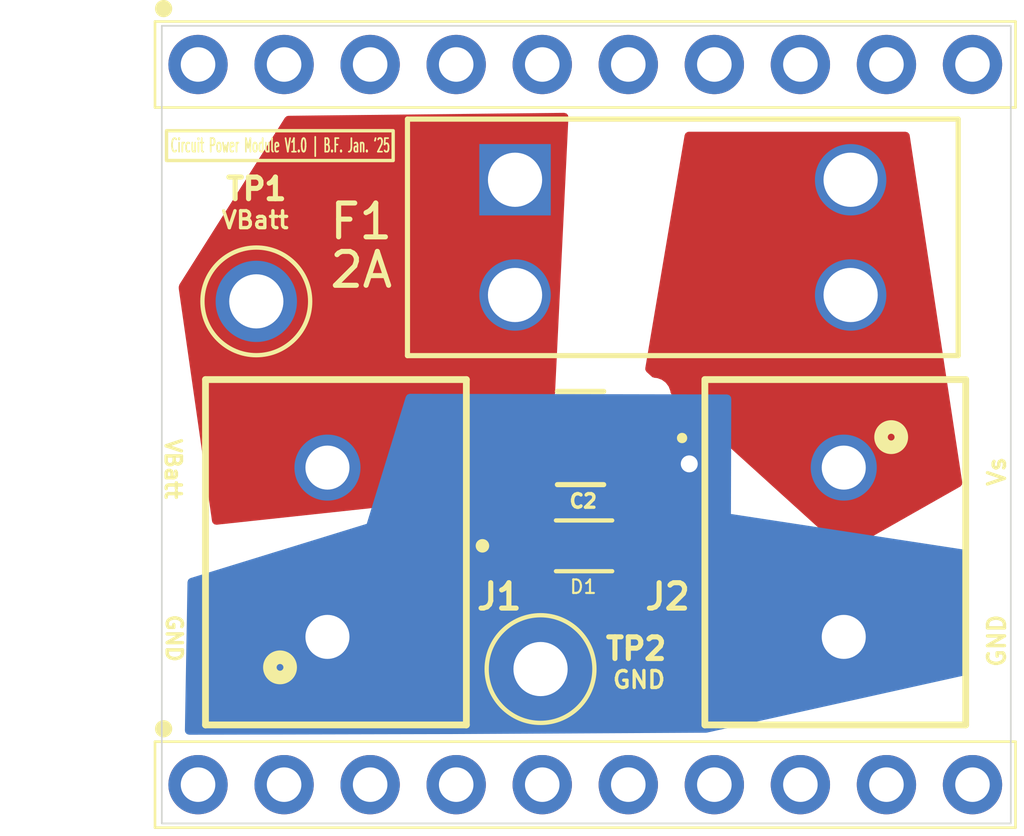
<source format=kicad_pcb>
(kicad_pcb (version 20240108) (generator "pcbnew") (generator_version "8.0")
  (layers (0 "F.Cu" signal) (31 "B.Cu" signal) (34 "B.Paste" user) (35 "F.Paste" user) (36 "B.SilkS" user "B.Silkscreen") (37 "F.SilkS" user "F.Silkscreen") (38 "B.Mask" user) (39 "F.Mask" user) (44 "Edge.Cuts" user))
  (net 0 "")
  (net 1 "Net-(C2-Pad2)")
  (net 2 "Net-(C2-Pad1)")
  (net 3 "Net-(F1-Pad3)")
  (footprint "PH1-10-UA:1X10-2.54MM-THT" (layer "F.Cu") (at 69.98 73.27415)
    (property "Reference" "REF**" (hide yes))
    (property "Value" "1X10-2.54MM-THT")
    (fp_line (start -1.27 -1.27) (end -1.27 1.27) (stroke (width 0.0762)) (layer "F.SilkS"))
    (fp_line (start -1.27 -1.27) (end 24.13 -1.27) (stroke (width 0.0762)) (layer "F.SilkS"))
    (fp_line (start 24.13 -1.27) (end 24.13 1.27) (stroke (width 0.0762)) (layer "F.SilkS"))
    (fp_line (start 24.13 1.27) (end -1.27 1.27) (stroke (width 0.0762)) (layer "F.SilkS"))
    (fp_circle (center -1.016 -1.651) (end -0.762 -1.651) (fill solid) (layer "F.SilkS"))
    (pad "1" thru_hole circle (at 0 0) (size 1.75 1.75) (drill 1.02) (layers "*.Cu" "*.Mask"))
    (pad "2" thru_hole circle (at 2.54 0) (size 1.75 1.75) (drill 1.02) (layers "*.Cu" "*.Mask"))
    (pad "3" thru_hole circle (at 5.08 0) (size 1.75 1.75) (drill 1.02) (layers "*.Cu" "*.Mask"))
    (pad "4" thru_hole circle (at 7.62 0) (size 1.75 1.75) (drill 1.02) (layers "*.Cu" "*.Mask"))
    (pad "5" thru_hole circle (at 10.16 0) (size 1.75 1.75) (drill 1.02) (layers "*.Cu" "*.Mask"))
    (pad "6" thru_hole circle (at 12.7 0) (size 1.75 1.75) (drill 1.02) (layers "*.Cu" "*.Mask"))
    (pad "7" thru_hole circle (at 15.24 0) (size 1.75 1.75) (drill 1.02) (layers "*.Cu" "*.Mask"))
    (pad "8" thru_hole circle (at 17.78 0) (size 1.75 1.75) (drill 1.02) (layers "*.Cu" "*.Mask"))
    (pad "9" thru_hole circle (at 20.32 0) (size 1.75 1.75) (drill 1.02) (layers "*.Cu" "*.Mask"))
    (pad "10" thru_hole circle (at 22.86 0) (size 1.75 1.75) (drill 1.02) (layers "*.Cu" "*.Mask"))
  )
  (footprint "PH1-10-UA:1X10-2.54MM-THT" (layer "F.Cu") (at 69.98 52.00415)
    (property "Reference" "REF**" (hide yes))
    (property "Value" "1X10-2.54MM-THT")
    (fp_line (start -1.27 -1.27) (end -1.27 1.27) (stroke (width 0.0762)) (layer "F.SilkS"))
    (fp_line (start -1.27 -1.27) (end 24.13 -1.27) (stroke (width 0.0762)) (layer "F.SilkS"))
    (fp_line (start 24.13 -1.27) (end 24.13 1.27) (stroke (width 0.0762)) (layer "F.SilkS"))
    (fp_line (start 24.13 1.27) (end -1.27 1.27) (stroke (width 0.0762)) (layer "F.SilkS"))
    (fp_circle (center -1.016 -1.651) (end -0.762 -1.651) (fill solid) (layer "F.SilkS"))
    (pad "1" thru_hole circle (at 0 0) (size 1.75 1.75) (drill 1.02) (layers "*.Cu" "*.Mask"))
    (pad "2" thru_hole circle (at 2.54 0) (size 1.75 1.75) (drill 1.02) (layers "*.Cu" "*.Mask"))
    (pad "3" thru_hole circle (at 5.08 0) (size 1.75 1.75) (drill 1.02) (layers "*.Cu" "*.Mask"))
    (pad "4" thru_hole circle (at 7.62 0) (size 1.75 1.75) (drill 1.02) (layers "*.Cu" "*.Mask"))
    (pad "5" thru_hole circle (at 10.16 0) (size 1.75 1.75) (drill 1.02) (layers "*.Cu" "*.Mask"))
    (pad "6" thru_hole circle (at 12.7 0) (size 1.75 1.75) (drill 1.02) (layers "*.Cu" "*.Mask"))
    (pad "7" thru_hole circle (at 15.24 0) (size 1.75 1.75) (drill 1.02) (layers "*.Cu" "*.Mask"))
    (pad "8" thru_hole circle (at 17.78 0) (size 1.75 1.75) (drill 1.02) (layers "*.Cu" "*.Mask"))
    (pad "9" thru_hole circle (at 20.32 0) (size 1.75 1.75) (drill 1.02) (layers "*.Cu" "*.Mask"))
    (pad "10" thru_hole circle (at 22.86 0) (size 1.75 1.75) (drill 1.02) (layers "*.Cu" "*.Mask"))
  )
  (footprint "CL32A476KOJNNNE:CAP_CL32_SAM-M" (layer "F.Cu") (at 81.270599 63.0361 180)
    (property "Reference" "C2" (at -0.079401 -1.8639 0) (layer "F.SilkS") (effects (font (size 0.4 0.4) (thickness 0.1))))
    (property "Value" "47u")
    (fp_line (start 0.683152 -1.377) (end -0.683152 -1.377) (stroke (width 0.1524)) (layer "F.SilkS"))
    (fp_line (start -0.683152 1.377) (end 0.683152 1.377) (stroke (width 0.1524)) (layer "F.SilkS"))
    (fp_circle (center -2.997001 0) (end -2.920801 0) (stroke (width 0.1524)) (fill none) (layer "F.SilkS"))
    (pad "1" smd rect (at -1.579401 0 180) (size 1.1588 2.5508) (layers "F.Cu" "F.Paste" "F.Mask") (net 2 "Net-(C2-Pad1)"))
    (pad "2" smd rect (at 1.579401 0 180) (size 1.1588 2.5508) (layers "F.Cu" "F.Paste" "F.Mask") (net 1 "Net-(C2-Pad2)"))
    (zone (net 0) (net_name "") (layer "F.Cu") (connect_pads (clearance 0)) (min_thickness 0.254)
      (keepout (tracks not_allowed) (vias not_allowed) (pads allowed) (copperpour not_allowed) (footprints allowed))
      (fill (thermal_gap 0.508) (thermal_bridge_width 0.508))
      (polygon (pts (xy 82.2198 64.2353) (xy 80.321398 64.2353) (xy 80.321398 61.8369) (xy 82.2198 61.8369)))
    )
  )
  (footprint "BZV55B15:DIOMELF3515N" (layer "F.Cu") (at 81.375 66.22)
    (property "Reference" "D1" (at -0.025 1.21 0) (layer "F.SilkS") (effects (font (size 0.4 0.4) (thickness 0.0625))))
    (property "Value" "BZV55B15")
    (fp_line (start -0.83 -0.75) (end 0.83 -0.75) (stroke (width 0.127)) (layer "F.SilkS"))
    (fp_line (start -0.83 0.75) (end 0.83 0.75) (stroke (width 0.127)) (layer "F.SilkS"))
    (fp_circle (center -3 0) (end -2.9 0) (stroke (width 0.2)) (fill none) (layer "F.SilkS"))
    (pad "A" smd rect (at 1.705 0) (size 1.11 1.73) (layers "F.Cu" "F.Paste" "F.Mask") (net 2 "Net-(C2-Pad1)"))
    (pad "C" smd rect (at -1.705 0) (size 1.11 1.73) (layers "F.Cu" "F.Paste" "F.Mask") (net 1 "Net-(C2-Pad2)"))
  )
  (footprint "5006:KEYSTONE_5006" (layer "F.Cu") (at 71.7 59)
    (property "Reference" "TP1" (at 0 -3.32 0) (layer "F.SilkS") (effects (font (size 0.64 0.64))))
    (property "Value" "5006")
    (fp_circle (center 0 0) (end 1.59 0) (stroke (width 0.127)) (fill none) (layer "F.SilkS"))
    (pad "TP" thru_hole circle (at 0 0) (size 2.4 2.4) (drill 1.6) (layers "*.Cu" "*.Mask") (net 1 "Net-(C2-Pad2)"))
  )
  (footprint "691137710002:691137710002" (layer "F.Cu") (at 89.04 66.41 -90)
    (property "Reference" "J2" (at 1.31 5.2 0) (layer "F.SilkS") (effects (font (size 0.75 0.75))))
    (property "Value" "Vs")
    (property "VALUE" "691137710002" (hide yes))
    (fp_line (start -5.1 4.1) (end -5.1 -3.6) (stroke (width 0.2)) (layer "F.SilkS"))
    (fp_line (start 5.1 4.1) (end -5.1 4.1) (stroke (width 0.2)) (layer "F.SilkS"))
    (fp_line (start -5.1 -3.6) (end 5.1 -3.6) (stroke (width 0.2)) (layer "F.SilkS"))
    (fp_line (start 5.1 -3.6) (end 5.1 4.1) (stroke (width 0.2)) (layer "F.SilkS"))
    (fp_circle (center -3.4 -1.4) (end -3.3 -1.4) (stroke (width 0.4)) (fill none) (layer "F.SilkS"))
    (pad "1" thru_hole circle (at -2.5 0 270) (size 1.95 1.95) (drill 1.3) (layers "*.Cu" "*.Mask") (net 3 "Net-(F1-Pad3)"))
    (pad "2" thru_hole circle (at 2.5 0 270) (size 1.95 1.95) (drill 1.3) (layers "*.Cu" "*.Mask") (net 2 "Net-(C2-Pad1)"))
  )
  (footprint "691137710002:691137710002" (layer "F.Cu") (at 73.8 66.41 90)
    (property "Reference" "J1" (at -1.31 5.07 180) (layer "F.SilkS") (effects (font (size 0.75 0.75))))
    (property "Value" "VBATT +")
    (property "VALUE" "691137710002" (hide yes))
    (fp_line (start 5.1 -3.6) (end 5.1 4.1) (stroke (width 0.2)) (layer "F.SilkS"))
    (fp_line (start -5.1 -3.6) (end 5.1 -3.6) (stroke (width 0.2)) (layer "F.SilkS"))
    (fp_line (start 5.1 4.1) (end -5.1 4.1) (stroke (width 0.2)) (layer "F.SilkS"))
    (fp_line (start -5.1 4.1) (end -5.1 -3.6) (stroke (width 0.2)) (layer "F.SilkS"))
    (fp_circle (center -3.4 -1.4) (end -3.3 -1.4) (stroke (width 0.4)) (fill none) (layer "F.SilkS"))
    (pad "1" thru_hole circle (at -2.5 0 90) (size 1.95 1.95) (drill 1.3) (layers "*.Cu" "*.Mask") (net 2 "Net-(C2-Pad1)"))
    (pad "2" thru_hole circle (at 2.5 0 90) (size 1.95 1.95) (drill 1.3) (layers "*.Cu" "*.Mask") (net 1 "Net-(C2-Pad2)"))
  )
  (footprint "3568:3568_KEY" (layer "F.Cu") (at 79.337 55.4082)
    (property "Reference" "F1" (at -3.537 1.2318 0) (layer "F.SilkS") (effects (justify right)))
    (property "Value" "2A")
    (fp_line (start -3.175 -1.7907) (end -3.175 5.1943) (stroke (width 0.1524)) (layer "F.SilkS"))
    (fp_line (start 13.081 -1.7907) (end -3.175 -1.7907) (stroke (width 0.1524)) (layer "F.SilkS"))
    (fp_line (start 13.081 -1.7907) (end 13.081 5.1943) (stroke (width 0.1524)) (layer "F.SilkS"))
    (fp_line (start 13.081 5.1943) (end -3.175 5.1943) (stroke (width 0.1524)) (layer "F.SilkS"))
    (pad "1" thru_hole rect (at 0 0) (size 2.1082 2.1082) (drill 1.6002) (layers "*.Cu" "*.Mask") (net 1 "Net-(C2-Pad2)"))
    (pad "2" thru_hole circle (at 0 3.4036) (size 2.1082 2.1082) (drill 1.6002) (layers "*.Cu" "*.Mask") (net 1 "Net-(C2-Pad2)"))
    (pad "3" thru_hole circle (at 9.906 3.4036) (size 2.1082 2.1082) (drill 1.6002) (layers "*.Cu" "*.Mask") (net 3 "Net-(F1-Pad3)"))
    (pad "4" thru_hole circle (at 9.906 0) (size 2.1082 2.1082) (drill 1.6002) (layers "*.Cu" "*.Mask") (net 3 "Net-(F1-Pad3)"))
  )
  (footprint "5006:KEYSTONE_5006" (layer "F.Cu") (at 80.09 69.86)
    (property "Reference" "TP2" (at 2.82 -0.6 0) (layer "F.SilkS") (effects (font (size 0.64 0.64))))
    (property "Value" "5006")
    (fp_circle (center 0 0) (end 1.59 0) (stroke (width 0.127)) (fill none) (layer "F.SilkS"))
    (pad "TP" thru_hole circle (at 0 0) (size 2.4 2.4) (drill 1.6) (layers "*.Cu" "*.Mask") (net 2 "Net-(C2-Pad1)"))
  )
  (gr_rect (start 69.05 53.96) (end 75.74 54.84) (stroke (width 0.1)) (fill none) (layer "F.SilkS"))
  (gr_rect (start 68.91 50.86) (end 93.97 74.42) (stroke (width 0.05)) (fill none) (layer "Edge.Cuts"))
  (gr_text "GND" (at 69.01 68.199286 270) (layer "F.SilkS") (effects (font (size 0.45 0.45) (thickness 0.1)) (justify left bottom)))
  (gr_text "VBatt" (at 70.62381 56.89 0) (layer "F.SilkS") (effects (font (size 0.5 0.5) (thickness 0.1)) (justify left bottom)))
  (gr_text "Vs" (at 93.85 64.506667 90) (layer "F.SilkS") (effects (font (size 0.5 0.5) (thickness 0.1)) (justify left bottom)))
  (gr_text "VBatt" (at 68.98 63.006429 270) (layer "F.SilkS") (effects (font (size 0.45 0.45) (thickness 0.1)) (justify left bottom)))
  (gr_text "Circuit Power Module V1.0 | B.F. Jan. '25" (at 69.14 54.63 0) (layer "F.SilkS") (effects (font (size 0.4 0.2) (thickness 0.05)) (justify left bottom)))
  (gr_text "GND" (at 82.17 70.47 0) (layer "F.SilkS") (effects (font (size 0.5 0.5) (thickness 0.1)) (justify left bottom)))
  (gr_text "GND" (at 93.85 69.851905 90) (layer "F.SilkS") (effects (font (size 0.5 0.5) (thickness 0.1)) (justify left bottom)))
  (gr_text "2A" (at 75.8 58.07 0) (layer "F.SilkS") (effects (font (size 1 1)) (justify right)))
  (segment (start 79.691198 63.0361) (end 79.691198 66.198802) (width 0.5) (layer "F.Cu") (net 1))
  (segment (start 79.691198 66.198802) (end 79.67 66.22) (width 0.5) (layer "F.Cu") (net 1))
  (segment (start 84.48 63.8) (end 83.6139 63.8) (width 0.5) (layer "F.Cu") (net 2))
  (segment (start 83.08 63.2661) (end 82.85 63.0361) (width 0.5) (layer "F.Cu") (net 2))
  (segment (start 83.6139 63.8) (end 82.85 63.0361) (width 0.5) (layer "F.Cu") (net 2))
  (segment (start 83.08 66.22) (end 83.08 63.2661) (width 0.5) (layer "F.Cu") (net 2))
  (via (at 84.48 63.8) (size 1) (drill 0.5) (layers "F.Cu" "B.Cu") (net 2))
  (zone (net 3) (net_name "Net-(F1-Pad3)") (layer "F.Cu") (name "GND") (priority 2) (connect_pads yes (clearance 0.5)) (min_thickness 0.25) (fill yes (thermal_gap 0.5) (thermal_bridge_width 0.5))
    (polygon (pts (xy 84.36 53.99) (xy 83.17 61.04) (xy 89.08 66.4) (xy 92.55 64.43) (xy 90.97 53.99)))
  )
  (zone (net 1) (net_name "Net-(C2-Pad2)") (layer "F.Cu") (name "VBatt") (connect_pads yes (clearance 0.5)) (min_thickness 0.25) (fill yes (thermal_gap 0.5) (thermal_bridge_width 0.5))
    (polygon (pts (xy 69.4 58.55) (xy 70.41 65.61) (xy 80.38 64.54) (xy 80.92 53.43) (xy 72.58 53.52)))
  )
  (zone (net 2) (net_name "Net-(C2-Pad1)") (layer "B.Cu") (name "GND") (priority 1) (connect_pads yes (clearance 0.5)) (min_thickness 0.25) (fill yes (thermal_gap 0.5) (thermal_bridge_width 0.5))
    (polygon (pts (xy 69.67 67.2) (xy 69.59 71.8) (xy 77.46 71.78) (xy 84.99 71.74) (xy 92.73 70.02) (xy 92.64 66.34) (xy 85.71 65.28) (xy 85.72 61.75) (xy 76.14 61.73) (xy 74.96 65.57)))
  )
)
</source>
